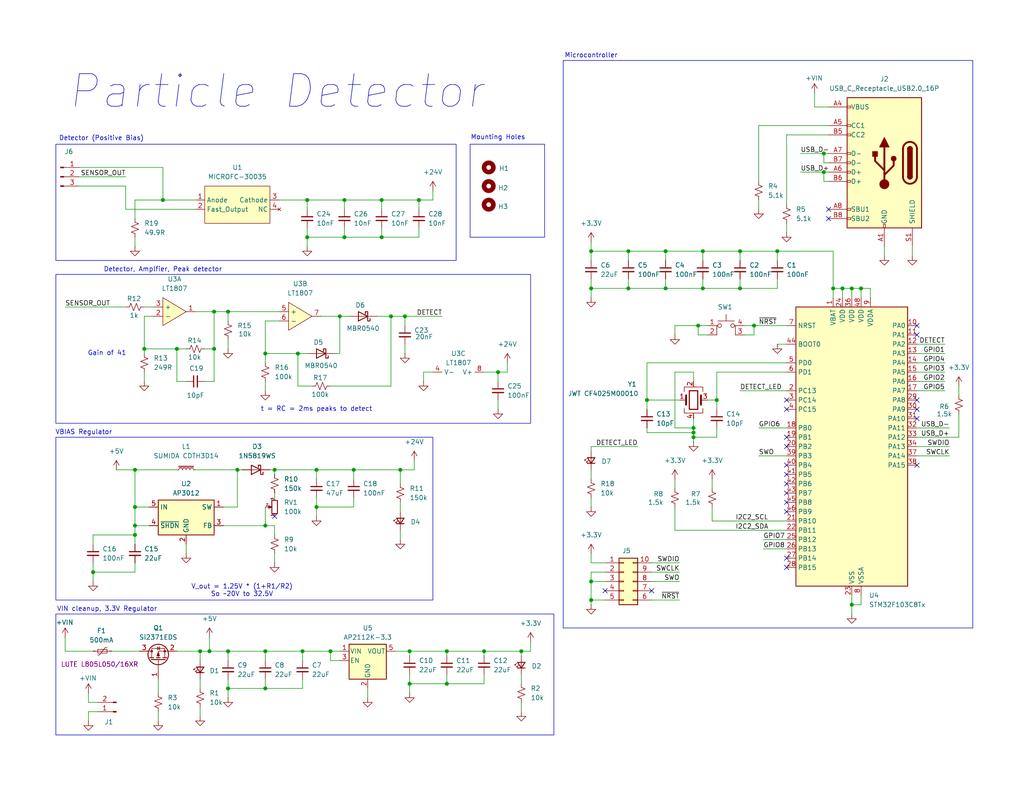
<source format=kicad_sch>
(kicad_sch (version 20250114) (generator "eeschema") (generator_version "9.0")
  (paper "USLetter")
  (title_block (date "2025-11-12") (comment 1 "By: Nolan Poe") (comment 2 "Simple SiPM"))
  (rectangle (start 15.24 74.93) (end 144.78 115.57))
  (rectangle (start 15.24 167.64) (end 151.13 200.66))
  (rectangle (start 128.27 39.37) (end 148.59 64.77))
  (rectangle (start 153.67 16.51) (end 265.43 171.45))
  (rectangle (start 15.24 39.37) (end 124.46 71.12))
  (rectangle (start 15.24 119.38) (end 118.11 163.83))
  (text "Microcontroller" (at 161.29 15.24 0) (effects (font (size 1.27 1.27))))
  (text "Gain of 41" (at 29.21 96.52 0) (effects (font (size 1.27 1.27))))
  (text "VIN cleanup, 3.3V Regulator" (at 29.21 166.37 0) (effects (font (size 1.27 1.27))))
  (text "Particle Detector" (at 75.438 25.146 0) (effects (font (size 8.89 8.89) (italic yes))))
  (text "Detector, Amplfier, Peak detector" (at 44.45 73.66 0) (effects (font (size 1.27 1.27))))
  (text "Detector (Positive Bias)" (at 27.686 37.846 0) (effects (font (size 1.27 1.27))))
  (text "t = RC = 2ms peaks to detect" (at 86.36 111.76 0) (effects (font (size 1.27 1.27))))
  (text "Mounting Holes" (at 135.89 37.592 0) (effects (font (size 1.27 1.27))))
  (text "VBIAS Regulator" (at 22.86 118.11 0) (effects (font (size 1.27 1.27))))
  (text "V_out = 1.25V * (1+R1/R2)\nSo ~20V to 32.5V" (at 66.04 161.29 0) (effects (font (size 1.27 1.27))))
  (junction (at 83.82 54.61))
  (junction (at 72.39 96.52))
  (junction (at 121.92 177.8))
  (junction (at 72.39 187.96))
  (junction (at 201.93 68.58))
  (junction (at 57.15 177.8))
  (junction (at 36.83 138.43))
  (junction (at 111.76 186.69))
  (junction (at 224.79 41.91))
  (junction (at 36.83 143.51))
  (junction (at 171.45 78.74))
  (junction (at 181.61 68.58))
  (junction (at 72.39 177.8))
  (junction (at 96.52 128.27))
  (junction (at 161.29 163.83))
  (junction (at 135.89 101.6))
  (junction (at 111.76 177.8))
  (junction (at 62.23 85.09))
  (junction (at 232.41 78.74))
  (junction (at 110.49 86.36))
  (junction (at 36.83 146.05))
  (junction (at 114.3 54.61))
  (junction (at 72.39 143.51))
  (junction (at 58.42 85.09))
  (junction (at 54.61 177.8))
  (junction (at 74.93 128.27))
  (junction (at 93.98 54.61))
  (junction (at 90.17 177.8))
  (junction (at 39.37 95.25))
  (junction (at 227.33 78.74))
  (junction (at 58.42 95.25))
  (junction (at 171.45 68.58))
  (junction (at 212.09 68.58))
  (junction (at 205.74 88.9))
  (junction (at 189.23 116.84))
  (junction (at 232.41 165.1))
  (junction (at 36.83 128.27))
  (junction (at 82.55 177.8))
  (junction (at 109.22 128.27))
  (junction (at 224.79 46.99))
  (junction (at 64.77 128.27))
  (junction (at 121.92 186.69))
  (junction (at 93.98 64.77))
  (junction (at 161.29 68.58))
  (junction (at 176.53 109.22))
  (junction (at 161.29 78.74))
  (junction (at 189.23 119.38))
  (junction (at 92.71 86.36))
  (junction (at 161.29 158.75))
  (junction (at 44.45 54.61))
  (junction (at 201.93 78.74))
  (junction (at 48.26 95.25))
  (junction (at 106.68 86.36))
  (junction (at 181.61 78.74))
  (junction (at 229.87 78.74))
  (junction (at 191.77 78.74))
  (junction (at 62.23 177.8))
  (junction (at 86.36 128.27))
  (junction (at 104.14 64.77))
  (junction (at 104.14 54.61))
  (junction (at 190.5 88.9))
  (junction (at 132.08 177.8))
  (junction (at 86.36 138.43))
  (junction (at 62.23 187.96))
  (junction (at 83.82 64.77))
  (junction (at 81.28 96.52))
  (junction (at 191.77 68.58))
  (junction (at 189.23 118.11))
  (junction (at 25.4 156.21))
  (junction (at 234.95 78.74))
  (junction (at 142.24 177.8))
  (junction (at 195.58 109.22))
  (no_connect (at 250.19 111.76))
  (no_connect (at 214.63 134.62))
  (no_connect (at 214.63 109.22))
  (no_connect (at 177.8 161.29))
  (no_connect (at 214.63 121.92))
  (no_connect (at 165.1 161.29))
  (no_connect (at 214.63 129.54))
  (no_connect (at 214.63 111.76))
  (no_connect (at 250.19 91.44))
  (no_connect (at 214.63 132.08))
  (no_connect (at 214.63 139.7))
  (no_connect (at 74.93 140.97))
  (no_connect (at 214.63 137.16))
  (no_connect (at 250.19 88.9))
  (no_connect (at 226.06 57.15))
  (no_connect (at 226.06 59.69))
  (no_connect (at 250.19 114.3))
  (no_connect (at 214.63 152.4))
  (no_connect (at 250.19 109.22))
  (no_connect (at 214.63 119.38))
  (no_connect (at 214.63 127))
  (no_connect (at 250.19 127))
  (no_connect (at 214.63 154.94))
  (wire (pts (xy 86.36 135.89) (xy 86.36 138.43)))
  (wire (pts (xy 39.37 86.36) (xy 41.91 86.36)))
  (wire (pts (xy 111.76 184.15) (xy 111.76 186.69)))
  (wire (pts (xy 90.17 177.8) (xy 92.71 177.8)))
  (wire (pts (xy 144.78 175.26) (xy 144.78 177.8)))
  (wire (pts (xy 156.21 -8.89) (xy 168.91 -8.89)))
  (wire (pts (xy 203.2 -16.51) (xy 181.61 -16.51)))
  (wire (pts (xy 173.99 121.92) (xy 161.29 121.92)))
  (wire (pts (xy 110.49 88.9) (xy 110.49 86.36)))
  (wire (pts (xy 72.39 104.14) (xy 72.39 106.68)))
  (wire (pts (xy 171.45 78.74) (xy 181.61 78.74)))
  (wire (pts (xy 161.29 68.58) (xy 161.29 71.12)))
  (wire (pts (xy 189.23 116.84) (xy 189.23 118.11)))
  (wire (pts (xy 60.96 143.51) (xy 72.39 143.51)))
  (wire (pts (xy 21.59 45.72) (xy 44.45 45.72)))
  (wire (pts (xy 86.36 138.43) (xy 86.36 140.97)))
  (wire (pts (xy 93.98 64.77) (xy 93.98 62.23)))
  (wire (pts (xy 72.39 185.42) (xy 72.39 187.96)))
  (wire (pts (xy 110.49 93.98) (xy 110.49 96.52)))
  (wire (pts (xy 54.61 177.8) (xy 57.15 177.8)))
  (wire (pts (xy 81.28 96.52) (xy 81.28 105.41)))
  (wire (pts (xy 17.78 173.99) (xy 17.78 177.8)))
  (wire (pts (xy 257.81 101.6) (xy 250.19 101.6)))
  (wire (pts (xy 184.15 138.43) (xy 184.15 144.78)))
  (wire (pts (xy 184.15 91.44) (xy 184.15 88.9)))
  (wire (pts (xy 191.77 76.2) (xy 191.77 78.74)))
  (wire (pts (xy 25.4 146.05) (xy 36.83 146.05)))
  (wire (pts (xy 161.29 163.83) (xy 165.1 163.83)))
  (wire (pts (xy 62.23 92.71) (xy 62.23 95.25)))
  (wire (pts (xy 36.83 143.51) (xy 36.83 146.05)))
  (wire (pts (xy 72.39 177.8) (xy 82.55 177.8)))
  (wire (pts (xy 161.29 158.75) (xy 161.29 163.83)))
  (wire (pts (xy 74.93 128.27) (xy 74.93 129.54)))
  (wire (pts (xy 92.71 180.34) (xy 90.17 180.34)))
  (wire (pts (xy 205.74 88.9) (xy 214.63 88.9)))
  (wire (pts (xy 161.29 121.92) (xy 161.29 123.19)))
  (wire (pts (xy 181.61 78.74) (xy 191.77 78.74)))
  (wire (pts (xy 76.2 54.61) (xy 83.82 54.61)))
  (wire (pts (xy 193.04 88.9) (xy 190.5 88.9)))
  (wire (pts (xy 111.76 177.8) (xy 121.92 177.8)))
  (wire (pts (xy 184.15 101.6) (xy 189.23 101.6)))
  (wire (pts (xy 176.53 109.22) (xy 185.42 109.22)))
  (wire (pts (xy 234.95 165.1) (xy 232.41 165.1)))
  (wire (pts (xy 234.95 78.74) (xy 234.95 81.28)))
  (wire (pts (xy 83.82 54.61) (xy 93.98 54.61)))
  (wire (pts (xy 86.36 128.27) (xy 86.36 130.81)))
  (wire (pts (xy 36.83 156.21) (xy 36.83 153.67)))
  (wire (pts (xy 198.12 -8.89) (xy 181.61 -8.89)))
  (wire (pts (xy 229.87 78.74) (xy 229.87 81.28)))
  (wire (pts (xy 214.63 60.96) (xy 214.63 63.5)))
  (wire (pts (xy 109.22 137.16) (xy 109.22 139.7)))
  (wire (pts (xy 72.39 87.63) (xy 76.2 87.63)))
  (wire (pts (xy 250.19 119.38) (xy 261.62 119.38)))
  (wire (pts (xy 201.93 106.68) (xy 214.63 106.68)))
  (wire (pts (xy 104.14 64.77) (xy 104.14 62.23)))
  (wire (pts (xy 58.42 85.09) (xy 53.34 85.09)))
  (wire (pts (xy 185.42 158.75) (xy 177.8 158.75)))
  (wire (pts (xy 83.82 67.31) (xy 83.82 64.77)))
  (wire (pts (xy 161.29 78.74) (xy 161.29 81.28)))
  (wire (pts (xy 161.29 158.75) (xy 165.1 158.75)))
  (wire (pts (xy 181.61 -24.13) (xy 194.31 -24.13)))
  (wire (pts (xy 189.23 116.84) (xy 184.15 116.84)))
  (wire (pts (xy 39.37 95.25) (xy 48.26 95.25)))
  (wire (pts (xy 161.29 76.2) (xy 161.29 78.74)))
  (wire (pts (xy 161.29 158.75) (xy 161.29 156.21)))
  (wire (pts (xy 142.24 191.77) (xy 142.24 194.31)))
  (wire (pts (xy 168.91 -21.59) (xy 160.02 -21.59)))
  (wire (pts (xy 161.29 163.83) (xy 161.29 165.1)))
  (wire (pts (xy 50.8 148.59) (xy 50.8 151.13)))
  (wire (pts (xy 194.31 142.24) (xy 214.63 142.24)))
  (wire (pts (xy 181.61 76.2) (xy 181.61 78.74)))
  (wire (pts (xy 259.08 116.84) (xy 250.19 116.84)))
  (wire (pts (xy 222.25 25.4) (xy 222.25 29.21)))
  (wire (pts (xy 121.92 184.15) (xy 121.92 186.69)))
  (wire (pts (xy 74.93 151.13) (xy 74.93 153.67)))
  (wire (pts (xy 212.09 68.58) (xy 227.33 68.58)))
  (wire (pts (xy 181.61 71.12) (xy 181.61 68.58)))
  (wire (pts (xy 142.24 184.15) (xy 142.24 186.69)))
  (wire (pts (xy 161.29 151.13) (xy 161.29 153.67)))
  (wire (pts (xy 81.28 96.52) (xy 83.82 96.52)))
  (wire (pts (xy 250.19 124.46) (xy 259.08 124.46)))
  (wire (pts (xy 74.93 143.51) (xy 74.93 146.05)))
  (wire (pts (xy 82.55 185.42) (xy 82.55 187.96)))
  (wire (pts (xy 185.42 156.21) (xy 177.8 156.21)))
  (wire (pts (xy 62.23 187.96) (xy 72.39 187.96)))
  (wire (pts (xy 17.78 83.82) (xy 34.29 83.82)))
  (wire (pts (xy 54.61 185.42) (xy 54.61 187.96)))
  (wire (pts (xy 184.15 88.9) (xy 190.5 88.9)))
  (wire (pts (xy 93.98 64.77) (xy 104.14 64.77)))
  (wire (pts (xy 48.26 95.25) (xy 48.26 104.14)))
  (wire (pts (xy 181.61 -11.43) (xy 194.31 -11.43)))
  (wire (pts (xy 191.77 68.58) (xy 201.93 68.58)))
  (wire (pts (xy 203.2 91.44) (xy 205.74 91.44)))
  (wire (pts (xy 189.23 101.6) (xy 189.23 104.14)))
  (wire (pts (xy 227.33 68.58) (xy 227.33 78.74)))
  (wire (pts (xy 72.39 96.52) (xy 72.39 87.63)))
  (wire (pts (xy 36.83 64.77) (xy 36.83 67.31)))
  (wire (pts (xy 176.53 109.22) (xy 176.53 99.06)))
  (wire (pts (xy 24.13 196.85) (xy 24.13 194.31)))
  (wire (pts (xy 25.4 156.21) (xy 36.83 156.21)))
  (wire (pts (xy 207.01 34.29) (xy 226.06 34.29)))
  (wire (pts (xy 212.09 93.98) (xy 214.63 93.98)))
  (wire (pts (xy 24.13 189.23) (xy 24.13 191.77)))
  (wire (pts (xy 25.4 153.67) (xy 25.4 156.21)))
  (wire (pts (xy 214.63 36.83) (xy 214.63 55.88)))
  (wire (pts (xy 83.82 64.77) (xy 83.82 62.23)))
  (wire (pts (xy 132.08 186.69) (xy 132.08 184.15)))
  (wire (pts (xy 44.45 45.72) (xy 44.45 54.61)))
  (wire (pts (xy 193.04 91.44) (xy 190.5 91.44)))
  (wire (pts (xy 184.15 116.84) (xy 184.15 101.6)))
  (wire (pts (xy 114.3 54.61) (xy 118.11 54.61)))
  (wire (pts (xy 218.44 41.91) (xy 224.79 41.91)))
  (wire (pts (xy 226.06 44.45) (xy 224.79 44.45)))
  (wire (pts (xy 86.36 138.43) (xy 96.52 138.43)))
  (wire (pts (xy 171.45 68.58) (xy 171.45 71.12)))
  (wire (pts (xy 57.15 173.99) (xy 57.15 177.8)))
  (wire (pts (xy 83.82 64.77) (xy 93.98 64.77)))
  (wire (pts (xy 72.39 99.06) (xy 72.39 96.52)))
  (wire (pts (xy 36.83 146.05) (xy 36.83 148.59)))
  (wire (pts (xy 138.43 99.06) (xy 138.43 101.6)))
  (wire (pts (xy 212.09 78.74) (xy 212.09 76.2)))
  (wire (pts (xy 261.62 105.41) (xy 261.62 107.95)))
  (wire (pts (xy 17.78 177.8) (xy 25.4 177.8)))
  (wire (pts (xy 201.93 78.74) (xy 212.09 78.74)))
  (wire (pts (xy 181.61 -26.67) (xy 196.85 -26.67)))
  (wire (pts (xy 132.08 177.8) (xy 142.24 177.8)))
  (wire (pts (xy 64.77 128.27) (xy 64.77 138.43)))
  (wire (pts (xy 58.42 95.25) (xy 58.42 85.09)))
  (wire (pts (xy 135.89 101.6) (xy 135.89 104.14)))
  (wire (pts (xy 234.95 162.56) (xy 234.95 165.1)))
  (wire (pts (xy 203.2 88.9) (xy 205.74 88.9)))
  (wire (pts (xy 184.15 130.81) (xy 184.15 133.35)))
  (wire (pts (xy 115.57 101.6) (xy 118.11 101.6)))
  (wire (pts (xy 111.76 177.8) (xy 111.76 179.07)))
  (wire (pts (xy 191.77 78.74) (xy 201.93 78.74)))
  (wire (pts (xy 257.81 99.06) (xy 250.19 99.06)))
  (wire (pts (xy 195.58 119.38) (xy 189.23 119.38)))
  (wire (pts (xy 74.93 134.62) (xy 74.93 135.89)))
  (wire (pts (xy 25.4 156.21) (xy 25.4 158.75)))
  (wire (pts (xy 250.19 106.68) (xy 257.81 106.68)))
  (wire (pts (xy 232.41 165.1) (xy 232.41 167.64)))
  (wire (pts (xy 189.23 119.38) (xy 189.23 120.65)))
  (wire (pts (xy 113.03 128.27) (xy 109.22 128.27)))
  (wire (pts (xy 118.11 52.07) (xy 118.11 54.61)))
  (wire (pts (xy 208.28 149.86) (xy 214.63 149.86)))
  (wire (pts (xy 157.48 -26.67) (xy 157.48 -24.13)))
  (wire (pts (xy 106.68 86.36) (xy 110.49 86.36)))
  (wire (pts (xy 227.33 78.74) (xy 229.87 78.74)))
  (wire (pts (xy 54.61 193.04) (xy 54.61 195.58)))
  (wire (pts (xy 53.34 128.27) (xy 64.77 128.27)))
  (wire (pts (xy 106.68 105.41) (xy 90.17 105.41)))
  (wire (pts (xy 21.59 48.26) (xy 34.29 48.26)))
  (wire (pts (xy 261.62 113.03) (xy 261.62 119.38)))
  (wire (pts (xy 171.45 76.2) (xy 171.45 78.74)))
  (wire (pts (xy 121.92 177.8) (xy 121.92 179.07)))
  (wire (pts (xy 39.37 101.6) (xy 39.37 104.14)))
  (wire (pts (xy 93.98 57.15) (xy 93.98 54.61)))
  (wire (pts (xy 198.12 -10.16) (xy 198.12 -8.89)))
  (wire (pts (xy 111.76 186.69) (xy 111.76 189.23)))
  (wire (pts (xy 62.23 187.96) (xy 62.23 190.5)))
  (wire (pts (xy 200.66 -20.32) (xy 200.66 -19.05)))
  (wire (pts (xy 93.98 54.61) (xy 104.14 54.61)))
  (wire (pts (xy 72.39 143.51) (xy 74.93 143.51)))
  (wire (pts (xy 34.29 50.8) (xy 21.59 50.8)))
  (wire (pts (xy 195.58 109.22) (xy 195.58 101.6)))
  (wire (pts (xy 86.36 128.27) (xy 96.52 128.27)))
  (wire (pts (xy 193.04 109.22) (xy 195.58 109.22)))
  (wire (pts (xy 161.29 68.58) (xy 171.45 68.58)))
  (wire (pts (xy 26.67 191.77) (xy 24.13 191.77)))
  (wire (pts (xy 190.5 91.44) (xy 190.5 88.9)))
  (wire (pts (xy 207.01 124.46) (xy 214.63 124.46)))
  (wire (pts (xy 36.83 128.27) (xy 36.83 138.43)))
  (wire (pts (xy 224.79 46.99) (xy 226.06 46.99)))
  (wire (pts (xy 207.01 116.84) (xy 214.63 116.84)))
  (wire (pts (xy 229.87 78.74) (xy 232.41 78.74)))
  (wire (pts (xy 60.96 138.43) (xy 64.77 138.43)))
  (wire (pts (xy 62.23 177.8) (xy 72.39 177.8)))
  (wire (pts (xy 50.8 104.14) (xy 48.26 104.14)))
  (wire (pts (xy 194.31 130.81) (xy 194.31 133.35)))
  (wire (pts (xy 106.68 86.36) (xy 106.68 105.41)))
  (wire (pts (xy 177.8 163.83) (xy 185.42 163.83)))
  (wire (pts (xy 100.33 187.96) (xy 100.33 190.5)))
  (wire (pts (xy 109.22 132.08) (xy 109.22 128.27)))
  (wire (pts (xy 25.4 148.59) (xy 25.4 146.05)))
  (wire (pts (xy 189.23 114.3) (xy 189.23 116.84)))
  (wire (pts (xy 234.95 78.74) (xy 237.49 78.74)))
  (wire (pts (xy 58.42 95.25) (xy 55.88 95.25)))
  (wire (pts (xy 111.76 186.69) (xy 121.92 186.69)))
  (wire (pts (xy 224.79 44.45) (xy 224.79 41.91)))
  (wire (pts (xy 161.29 156.21) (xy 165.1 156.21)))
  (wire (pts (xy 201.93 68.58) (xy 201.93 71.12)))
  (wire (pts (xy 87.63 86.36) (xy 92.71 86.36)))
  (wire (pts (xy 203.2 -16.51) (xy 203.2 -13.97)))
  (wire (pts (xy 72.39 96.52) (xy 81.28 96.52)))
  (wire (pts (xy 90.17 180.34) (xy 90.17 177.8)))
  (wire (pts (xy 181.61 -13.97) (xy 194.31 -13.97)))
  (wire (pts (xy 24.13 194.31) (xy 26.67 194.31)))
  (wire (pts (xy 54.61 177.8) (xy 54.61 180.34)))
  (wire (pts (xy 168.91 -13.97) (xy 160.02 -13.97)))
  (wire (pts (xy 62.23 177.8) (xy 62.23 180.34)))
  (wire (pts (xy 176.53 116.84) (xy 176.53 118.11)))
  (wire (pts (xy 96.52 128.27) (xy 96.52 130.81)))
  (wire (pts (xy 62.23 87.63) (xy 62.23 85.09)))
  (wire (pts (xy 48.26 95.25) (xy 50.8 95.25)))
  (wire (pts (xy 250.19 93.98) (xy 257.81 93.98)))
  (wire (pts (xy 168.91 -16.51) (xy 160.02 -16.51)))
  (wire (pts (xy 83.82 57.15) (xy 83.82 54.61)))
  (wire (pts (xy 96.52 135.89) (xy 96.52 138.43)))
  (wire (pts (xy 224.79 49.53) (xy 226.06 49.53)))
  (wire (pts (xy 212.09 68.58) (xy 212.09 71.12)))
  (wire (pts (xy 161.29 78.74) (xy 171.45 78.74)))
  (wire (pts (xy 114.3 64.77) (xy 114.3 62.23)))
  (wire (pts (xy 138.43 101.6) (xy 135.89 101.6)))
  (wire (pts (xy 55.88 104.14) (xy 58.42 104.14)))
  (wire (pts (xy 196.85 -26.67) (xy 196.85 -24.13)))
  (wire (pts (xy 232.41 78.74) (xy 234.95 78.74)))
  (wire (pts (xy 64.77 128.27) (xy 66.04 128.27)))
  (wire (pts (xy 82.55 177.8) (xy 90.17 177.8)))
  (wire (pts (xy 232.41 78.74) (xy 232.41 81.28)))
  (wire (pts (xy 109.22 147.32) (xy 109.22 144.78)))
  (wire (pts (xy 168.91 -26.67) (xy 157.48 -26.67)))
  (wire (pts (xy 161.29 153.67) (xy 165.1 153.67)))
  (wire (pts (xy 176.53 118.11) (xy 189.23 118.11)))
  (wire (pts (xy 195.58 116.84) (xy 195.58 119.38)))
  (wire (pts (xy 195.58 111.76) (xy 195.58 109.22)))
  (wire (pts (xy 168.91 -11.43) (xy 160.02 -11.43)))
  (wire (pts (xy 176.53 99.06) (xy 214.63 99.06)))
  (wire (pts (xy 31.75 128.27) (xy 36.83 128.27)))
  (wire (pts (xy 189.23 118.11) (xy 189.23 119.38)))
  (wire (pts (xy 58.42 85.09) (xy 62.23 85.09)))
  (wire (pts (xy 58.42 104.14) (xy 58.42 95.25)))
  (wire (pts (xy 201.93 76.2) (xy 201.93 78.74)))
  (wire (pts (xy 36.83 138.43) (xy 40.64 138.43)))
  (wire (pts (xy 36.83 54.61) (xy 44.45 54.61)))
  (wire (pts (xy 176.53 111.76) (xy 176.53 109.22)))
  (wire (pts (xy 44.45 54.61) (xy 53.34 54.61)))
  (wire (pts (xy 207.01 49.53) (xy 207.01 34.29)))
  (wire (pts (xy 102.87 86.36) (xy 106.68 86.36)))
  (wire (pts (xy 39.37 95.25) (xy 39.37 86.36)))
  (wire (pts (xy 200.66 -19.05) (xy 181.61 -19.05)))
  (wire (pts (xy 135.89 101.6) (xy 132.08 101.6)))
  (wire (pts (xy 81.28 105.41) (xy 85.09 105.41)))
  (wire (pts (xy 208.28 147.32) (xy 214.63 147.32)))
  (wire (pts (xy 194.31 138.43) (xy 194.31 142.24)))
  (wire (pts (xy 82.55 177.8) (xy 82.55 180.34)))
  (wire (pts (xy 181.61 -21.59) (xy 194.31 -21.59)))
  (wire (pts (xy 34.29 57.15) (xy 34.29 50.8)))
  (wire (pts (xy 30.48 177.8) (xy 38.1 177.8)))
  (wire (pts (xy 107.95 177.8) (xy 111.76 177.8)))
  (wire (pts (xy 191.77 68.58) (xy 191.77 71.12)))
  (wire (pts (xy 142.24 177.8) (xy 142.24 179.07)))
  (wire (pts (xy 237.49 78.74) (xy 237.49 81.28)))
  (wire (pts (xy 224.79 41.91) (xy 226.06 41.91)))
  (wire (pts (xy 104.14 54.61) (xy 114.3 54.61)))
  (wire (pts (xy 34.29 57.15) (xy 53.34 57.15)))
  (wire (pts (xy 72.39 143.51) (xy 72.39 138.43)))
  (wire (pts (xy 241.3 67.31) (xy 241.3 69.85)))
  (wire (pts (xy 121.92 177.8) (xy 132.08 177.8)))
  (wire (pts (xy 72.39 187.96) (xy 82.55 187.96)))
  (wire (pts (xy 218.44 46.99) (xy 224.79 46.99)))
  (wire (pts (xy 92.71 96.52) (xy 91.44 96.52)))
  (wire (pts (xy 43.18 194.31) (xy 43.18 196.85)))
  (wire (pts (xy 161.29 66.04) (xy 161.29 68.58)))
  (wire (pts (xy 144.78 177.8) (xy 142.24 177.8)))
  (wire (pts (xy 257.81 96.52) (xy 250.19 96.52)))
  (wire (pts (xy 62.23 85.09) (xy 76.2 85.09)))
  (wire (pts (xy 184.15 144.78) (xy 214.63 144.78)))
  (wire (pts (xy 73.66 128.27) (xy 74.93 128.27)))
  (wire (pts (xy 224.79 46.99) (xy 224.79 49.53)))
  (wire (pts (xy 110.49 86.36) (xy 120.65 86.36)))
  (wire (pts (xy 40.64 143.51) (xy 36.83 143.51)))
  (wire (pts (xy 201.93 68.58) (xy 212.09 68.58)))
  (wire (pts (xy 39.37 83.82) (xy 41.91 83.82)))
  (wire (pts (xy 214.63 36.83) (xy 226.06 36.83)))
  (wire (pts (xy 57.15 177.8) (xy 62.23 177.8)))
  (wire (pts (xy 161.29 128.27) (xy 161.29 130.81)))
  (wire (pts (xy 135.89 109.22) (xy 135.89 111.76)))
  (wire (pts (xy 92.71 96.52) (xy 92.71 86.36)))
  (wire (pts (xy 257.81 104.14) (xy 250.19 104.14)))
  (wire (pts (xy 114.3 57.15) (xy 114.3 54.61)))
  (wire (pts (xy 62.23 185.42) (xy 62.23 187.96)))
  (wire (pts (xy 104.14 64.77) (xy 114.3 64.77)))
  (wire (pts (xy 161.29 138.43) (xy 161.29 135.89)))
  (wire (pts (xy 115.57 101.6) (xy 115.57 104.14)))
  (wire (pts (xy 205.74 91.44) (xy 205.74 88.9)))
  (wire (pts (xy 181.61 68.58) (xy 191.77 68.58)))
  (wire (pts (xy 121.92 186.69) (xy 132.08 186.69)))
  (wire (pts (xy 132.08 177.8) (xy 132.08 179.07)))
  (wire (pts (xy 36.83 54.61) (xy 36.83 59.69)))
  (wire (pts (xy 96.52 128.27) (xy 109.22 128.27)))
  (wire (pts (xy 36.83 128.27) (xy 48.26 128.27)))
  (wire (pts (xy 39.37 96.52) (xy 39.37 95.25)))
  (wire (pts (xy 227.33 78.74) (xy 227.33 81.28)))
  (wire (pts (xy 43.18 185.42) (xy 43.18 189.23)))
  (wire (pts (xy 156.21 -10.16) (xy 156.21 -8.89)))
  (wire (pts (xy 95.25 86.36) (xy 92.71 86.36)))
  (wire (pts (xy 74.93 128.27) (xy 86.36 128.27)))
  (wire (pts (xy 36.83 143.51) (xy 36.83 138.43)))
  (wire (pts (xy 48.26 177.8) (xy 54.61 177.8)))
  (wire (pts (xy 248.92 67.31) (xy 248.92 69.85)))
  (wire (pts (xy 168.91 -19.05) (xy 160.02 -19.05)))
  (wire (pts (xy 113.03 125.73) (xy 113.03 128.27)))
  (wire (pts (xy 222.25 29.21) (xy 226.06 29.21)))
  (wire (pts (xy 195.58 101.6) (xy 214.63 101.6)))
  (wire (pts (xy 104.14 57.15) (xy 104.14 54.61)))
  (wire (pts (xy 185.42 153.67) (xy 177.8 153.67)))
  (wire (pts (xy 207.01 54.61) (xy 207.01 57.15)))
  (wire (pts (xy 232.41 165.1) (xy 232.41 162.56)))
  (wire (pts (xy 72.39 177.8) (xy 72.39 180.34)))
  (wire (pts (xy 250.19 121.92) (xy 259.08 121.92)))
  (wire (pts (xy 168.91 -24.13) (xy 160.02 -24.13)))
  (wire (pts (xy 171.45 68.58) (xy 181.61 68.58)))
  (label "GPIO3" (at 257.81 101.6 180))
  (label "GPIO2" (at 257.81 104.14 180))
  (label "GPIO5" (at 160.02 -16.51 0))
  (label "GPIO1" (at 257.81 96.52 180))
  (label "GPIO7" (at 194.31 -13.97 180))
  (label "SENSOR_OUT" (at 34.29 48.26 180))
  (label "GPIO6" (at 160.02 -11.43 0))
  (label "SENSOR_OUT" (at 17.78 83.82 0))
  (label "GPIO6" (at 207.01 116.84 0))
  (label "USB_D-" (at 259.08 116.84 180))
  (label "GPIO5" (at 257.81 106.68 180))
  (label "GPIO4" (at 257.81 99.06 180))
  (label "GPIO1" (at 160.02 -24.13 0))
  (label "USB_D+" (at 218.44 46.99 0))
  (label "SWO" (at 185.42 158.75 180))
  (label "GPIO3" (at 160.02 -13.97 0))
  (label "SWDIO" (at 185.42 153.67 180))
  (label "~{NRST}" (at 185.42 163.83 180))
  (label "USB_D-" (at 218.44 41.91 0))
  (label "I2C2_SCL" (at 200.66 142.24 0))
  (label "GPIO7" (at 208.28 147.32 0))
  (label "SWO" (at 207.01 124.46 0))
  (label "~{NRST}" (at 207.01 88.9 0))
  (label "DETECT_LED" (at 201.93 106.68 0))
  (label "DETECT" (at 120.65 86.36 180))
  (label "SWDIO" (at 259.08 121.92 180))
  (label "I2C2_SDA" (at 194.31 -21.59 180))
  (label "SWCLK" (at 259.08 124.46 180))
  (label "USB_D+" (at 259.08 119.38 180))
  (label "DETECT_LED" (at 173.99 121.92 180))
  (label "GPIO2" (at 160.02 -19.05 0))
  (label "I2C2_SDA" (at 200.66 144.78 0))
  (label "I2C2_SCL" (at 194.31 -24.13 180))
  (label "DETECT" (at 257.81 93.98 180))
  (label "SWCLK" (at 185.42 156.21 180))
  (label "GPIO8" (at 208.28 149.86 0))
  (label "GPIO8" (at 194.31 -11.43 180))
  (label "GPIO4" (at 160.02 -21.59 0))
  (symbol (lib_id "Device:C_Small") (at 212.09 73.66 0) (unit 1)
    (property "Reference" "C1" (at 214.63 72.3962 0) (effects (justify left)))
    (property "Value" "100nF" (at 214.63 74.9362 0) (effects (justify left)))
    (property "Footprint" "external:C_0603" (effects (hide yes)))
    (property "Description" "Unpolarized capacitor, small symbol" (effects (hide yes)))
  )
  (symbol (lib_id "Device:C_Small") (at 201.93 73.66 0) (unit 1)
    (property "Reference" "C2" (at 204.47 72.3962 0) (effects (justify left)))
    (property "Value" "100nF" (at 204.47 74.9362 0) (effects (justify left)))
    (property "Footprint" "external:C_0603" (effects (hide yes)))
    (property "Description" "Unpolarized capacitor, small symbol" (effects (hide yes)))
  )
  (symbol (lib_id "power:GND") (at 109.22 147.32 0) (unit 1)
    (property "Reference" "#PWR032" (effects (hide yes)))
    (property "Value" "GND" (effects (hide yes)))
    (property "Description" "Power symbol creates a global label with name \"GND\" , ground" (effects (hide yes)))
  )
  (symbol (lib_id "Mechanical:MountingHole") (at 133.35 50.8 0) (unit 1) (in_bom no)
    (property "Reference" "H2" (at 135.89 51.308 0) (effects (justify left)))
    (property "Value" "MountingHole" (effects (hide yes)))
    (property "Footprint" "MountingHole:MountingHole_2.2mm_M2" (effects (hide yes)))
    (property "Description" "Mounting Hole without connection" (effects (hide yes)))
  )
  (symbol (lib_id "power:+5V") (at 57.15 173.99 0) (unit 1)
    (property "Reference" "#PWR011" (effects (hide yes)))
    (property "Value" "+5V" (at 57.15 168.91 0))
    (property "Description" "Power symbol creates a global label with name \"+5V\"" (effects (hide yes)))
  )
  (symbol (lib_id "power:+3.3V") (at 161.29 151.13 0) (unit 1)
    (property "Reference" "#PWR043" (effects (hide yes)))
    (property "Value" "+3.3V" (at 161.29 146.05 0))
    (property "Description" "Power symbol creates a global label with name \"+3.3V\"" (effects (hide yes)))
  )
  (symbol (lib_id "power:+5V") (at 24.13 189.23 0) (unit 1)
    (property "Reference" "#PWR014" (effects (hide yes)))
    (property "Value" "+VIN" (at 21.59 185.166 0) (effects (justify left)))
    (property "Description" "Power symbol creates a global label with name \"+5V\"" (effects (hide yes)))
  )
  (symbol (lib_id "power:GND") (at 36.83 67.31 0) (unit 1)
    (property "Reference" "#PWR044" (effects (hide yes)))
    (property "Value" "GND" (effects (hide yes)))
    (property "Description" "Power symbol creates a global label with name \"GND\" , ground" (effects (hide yes)))
  )
  (symbol (lib_id "power:GND") (at 25.4 158.75 0) (unit 1)
    (property "Reference" "#PWR028" (effects (hide yes)))
    (property "Value" "GND" (effects (hide yes)))
    (property "Description" "Power symbol creates a global label with name \"GND\" , ground" (effects (hide yes)))
  )
  (symbol (lib_id "power:GND") (at 161.29 165.1 0) (unit 1)
    (property "Reference" "#PWR042" (effects (hide yes)))
    (property "Value" "GND" (effects (hide yes)))
    (property "Description" "Power symbol creates a global label with name \"GND\" , ground" (effects (hide yes)))
  )
  (symbol (lib_id "Diode:MBR0540") (at 87.63 96.52 180) (unit 1)
    (property "Reference" "D5" (at 86.868 93.472 0))
    (property "Value" "MBR0540" (at 87.63 99.822 0))
    (property "Footprint" "Diode_SMD:D_SOD-123" (effects (hide yes)))
    (property "Datasheet" "http://www.mccsemi.com/up_pdf/MBR0520~MBR0580(SOD123).pdf" (effects (hide yes)))
    (property "Description" "40V 0.5A Schottky Power Rectifier Diode, SOD-123" (effects (hide yes)))
  )
  (symbol (lib_id "Device:C_Small") (at 25.4 151.13 0) (unit 1)
    (property "Reference" "C16" (at 27.94 149.8662 0) (effects (justify left)))
    (property "Value" "100nF" (at 27.94 152.4062 0) (effects (justify left)))
    (property "Footprint" "external:C_0603" (effects (hide yes)))
    (property "Description" "Unpolarized capacitor, small symbol" (effects (hide yes)))
  )
  (symbol (lib_id "power:GND") (at 54.61 195.58 0) (unit 1)
    (property "Reference" "#PWR09" (effects (hide yes)))
    (property "Value" "GND" (effects (hide yes)))
    (property "Description" "Power symbol creates a global label with name \"GND\" , ground" (effects (hide yes)))
  )
  (symbol (lib_id "power:+3.3V") (at 161.29 66.04 0) (unit 1)
    (property "Reference" "#PWR03" (effects (hide yes)))
    (property "Value" "+3.3V" (at 161.29 60.96 0))
    (property "Description" "Power symbol creates a global label with name \"+3.3V\"" (effects (hide yes)))
  )
  (symbol (lib_id "Device:C_Small") (at 82.55 182.88 0) (unit 1)
    (property "Reference" "C7" (at 85.09 181.6162 0) (effects (justify left)))
    (property "Value" "22uF" (at 85.09 184.1562 0) (effects (justify left)))
    (property "Footprint" "external:C_0805" (effects (hide yes)))
    (property "Description" "Unpolarized capacitor, small symbol" (effects (hide yes)))
  )
  (symbol (lib_id "Device:C_Small") (at 111.76 181.61 0) (unit 1)
    (property "Reference" "C10" (at 114.3 180.3462 0) (effects (justify left)))
    (property "Value" "22uF" (at 114.3 182.8862 0) (effects (justify left)))
    (property "Footprint" "external:C_0805" (effects (hide yes)))
    (property "Description" "Unpolarized capacitor, small symbol" (effects (hide yes)))
  )
  (symbol (lib_id "power:GND") (at 111.76 189.23 0) (unit 1)
    (property "Reference" "#PWR07" (effects (hide yes)))
    (property "Value" "GND" (effects (hide yes)))
    (property "Description" "Power symbol creates a global label with name \"GND\" , ground" (effects (hide yes)))
  )
  (symbol (lib_id "Mechanical:MountingHole") (at 133.35 55.88 0) (unit 1) (in_bom no)
    (property "Reference" "H3" (at 135.89 56.388 0) (effects (justify left)))
    (property "Value" "MountingHole" (effects (hide yes)))
    (property "Footprint" "MountingHole:MountingHole_2.2mm_M2" (effects (hide yes)))
    (property "Description" "Mounting Hole without connection" (effects (hide yes)))
  )
  (symbol (lib_id "power:GND") (at 142.24 194.31 0) (unit 1)
    (property "Reference" "#PWR05" (effects (hide yes)))
    (property "Value" "GND" (effects (hide yes)))
    (property "Description" "Power symbol creates a global label with name \"GND\" , ground" (effects (hide yes)))
  )
  (symbol (lib_id "Device:C_Small") (at 83.82 59.69 0) (unit 1)
    (property "Reference" "C24" (at 86.36 58.4262 0) (effects (justify left)))
    (property "Value" "10nF" (at 86.36 60.9662 0) (effects (justify left)))
    (property "Footprint" "external:C_0603" (effects (hide yes)))
    (property "Description" "Unpolarized capacitor, small symbol" (effects (hide yes)))
  )
  (symbol (lib_id "power:GND") (at 248.92 69.85 0) (unit 1)
    (property "Reference" "#PWR017" (effects (hide yes)))
    (property "Value" "GND" (effects (hide yes)))
    (property "Description" "Power symbol creates a global label with name \"GND\" , ground" (effects (hide yes)))
  )
  (symbol (lib_id "power:GND") (at 161.29 138.43 0) (unit 1)
    (property "Reference" "#PWR050" (effects (hide yes)))
    (property "Value" "GND" (effects (hide yes)))
    (property "Description" "Power symbol creates a global label with name \"GND\" , ground" (effects (hide yes)))
  )
  (symbol (lib_id "Device:R_Small_US") (at 53.34 95.25 90) (unit 1)
    (property "Reference" "R14" (at 53.086 92.964 90))
    (property "Value" "10k" (at 53.086 97.536 90))
    (property "Footprint" "external:R_0603" (effects (hide yes)))
    (property "Description" "Resistor, small US symbol" (effects (hide yes)))
  )
  (symbol (lib_id "Device:R_Small_US") (at 142.24 189.23 0) (unit 1)
    (property "Reference" "R2" (at 144.78 187.9599 0) (effects (justify left)))
    (property "Value" "10k" (at 144.78 190.4999 0) (effects (justify left)))
    (property "Footprint" "external:R_0603" (effects (hide yes)))
    (property "Description" "Resistor, small US symbol" (effects (hide yes)))
  )
  (symbol (lib_id "Device:LED_Small") (at 109.22 142.24 90) (unit 1)
    (property "Reference" "D4" (at 112.014 142.494 90) (effects (justify right)))
    (property "Value" "LED_Small" (effects (hide yes)))
    (property "Footprint" "external:LED_0603" (effects (hide yes)))
    (property "Description" "Light emitting diode, small symbol" (effects (hide yes)))
    (property "Sim.Pin" "1=K 2=A" (effects (hide yes)))
  )
  (symbol (lib_id "Transistor_FET:Si2371EDS") (at 43.18 180.34 90) (unit 1)
    (property "Reference" "Q1" (at 43.18 171.45 90))
    (property "Value" "Si2371EDS" (at 43.18 173.99 90))
    (property "Footprint" "Package_TO_SOT_SMD:SOT-23" (effects (hide yes)))
    (property "Datasheet" "http://www.vishay.com/docs/63924/si2371eds.pdf" (effects (hide yes)))
    (property "Description" "-3.6A Id, -30V Vds, P-Channel MOSFET, SOT-23" (effects (hide yes)))
  )
  (symbol (lib_id "Device:C_Small") (at 176.53 114.3 0) (unit 1)
    (property "Reference" "C13" (at 179.07 113.0362 0) (effects (justify left)))
    (property "Value" "10pF" (at 179.07 115.5762 0) (effects (justify left)))
    (property "Footprint" "external:C_0603" (effects (hide yes)))
    (property "Description" "Unpolarized capacitor, small symbol" (effects (hide yes)))
  )
  (symbol (lib_id "Connector:USB_C_Receptacle_USB2.0_16P") (at 241.3 44.45 0) (mirror y) (unit 1)
    (property "Reference" "J2" (at 241.3 21.59 0))
    (property "Value" "USB_C_Receptacle_USB2.0_16P" (at 241.3 24.13 0))
    (property "Footprint" "Connector_USB:USB_C_Receptacle_HRO_TYPE-C-31-M-12" (effects (hide yes)))
    (property "Datasheet" "https://www.usb.org/sites/default/files/documents/usb_type-c.zip" (effects (hide yes)))
    (property "Description" "USB 2.0-only 16P Type-C Receptacle connector" (effects (hide yes)))
  )
  (symbol (lib_id "Device:R_Small_US") (at 214.63 58.42 0) (unit 1)
    (property "Reference" "R5" (at 217.17 57.1499 0) (effects (justify left)))
    (property "Value" "5.1k" (at 217.17 59.6899 0) (effects (justify left)))
    (property "Footprint" "external:R_0603" (effects (hide yes)))
    (property "Description" "Resistor, small US symbol" (effects (hide yes)))
  )
  (symbol (lib_id "MCU_ST_STM32F1:STM32F103C8Tx") (at 232.41 121.92 0) (unit 1)
    (property "Reference" "U4" (at 237.0933 162.56 0) (effects (justify left)))
    (property "Value" "STM32F103C8Tx" (at 237.0933 165.1 0) (effects (justify left)))
    (property "Footprint" "Package_QFP:LQFP-48_7x7mm_P0.5mm" (effects (hide yes)))
    (property "Datasheet" "https://www.st.com/resource/en/datasheet/stm32f103c8.pdf" (effects (hide yes)))
    (property "Description" "STMicroelectronics Arm Cortex-M3 MCU, 64KB flash, 20KB RAM, 72 MHz, 2.0-3.6V, 37 GPIO, LQFP48" (effects (hide yes)))
  )
  (symbol (lib_id "power:GND") (at 110.49 96.52 0) (unit 1)
    (property "Reference" "#PWR049" (effects (hide yes)))
    (property "Value" "GND" (effects (hide yes)))
    (property "Description" "Power symbol creates a global label with name \"GND\" , ground" (effects (hide yes)))
  )
  (symbol (lib_id "power:GND") (at 115.57 104.14 0) (unit 1)
    (property "Reference" "#PWR034" (effects (hide yes)))
    (property "Value" "GND" (effects (hide yes)))
    (property "Description" "Power symbol creates a global label with name \"GND\" , ground" (effects (hide yes)))
  )
  (symbol (lib_id "power:+24V") (at 118.11 52.07 0) (unit 1)
    (property "Reference" "#PWR045" (effects (hide yes)))
    (property "Value" "+24V" (at 118.11 46.99 0))
    (property "Description" "Power symbol creates a global label with name \"+24V\"" (effects (hide yes)))
  )
  (symbol (lib_id "Device:C_Small") (at 96.52 133.35 0) (unit 1)
    (property "Reference" "C18" (at 99.06 132.0862 0) (effects (justify left)))
    (property "Value" "100nF" (at 99.06 134.6262 0) (effects (justify left)))
    (property "Footprint" "external:C_0603" (effects (hide yes)))
    (property "Description" "Unpolarized capacitor, small symbol" (effects (hide yes)))
  )
  (symbol (lib_id "power:+3.3V") (at 156.21 -10.16 0) (mirror y) (unit 1)
    (property "Reference" "#PWR041" (effects (hide yes)))
    (property "Value" "+3.3V" (at 156.21 -15.24 0))
    (property "Description" "Power symbol creates a global label with name \"+3.3V\"" (effects (hide yes)))
  )
  (symbol (lib_id "power:+3.3V") (at 198.12 -10.16 0) (unit 1)
    (property "Reference" "#PWR038" (effects (hide yes)))
    (property "Value" "+3.3V" (at 198.12 -15.24 0))
    (property "Description" "Power symbol creates a global label with name \"+3.3V\"" (effects (hide yes)))
  )
  (symbol (lib_id "power:+3.3V") (at 144.78 175.26 0) (unit 1)
    (property "Reference" "#PWR013" (effects (hide yes)))
    (property "Value" "+3.3V" (at 144.78 170.18 0))
    (property "Description" "Power symbol creates a global label with name \"+3.3V\"" (effects (hide yes)))
  )
  (symbol (lib_id "power:GND") (at 100.33 190.5 0) (unit 1)
    (property "Reference" "#PWR06" (effects (hide yes)))
    (property "Value" "GND" (effects (hide yes)))
    (property "Description" "Power symbol creates a global label with name \"GND\" , ground" (effects (hide yes)))
  )
  (symbol (lib_id "power:+3.3V") (at 200.66 -20.32 0) (unit 1)
    (property "Reference" "#PWR039" (effects (hide yes)))
    (property "Value" "+3.3V" (at 200.66 -25.4 0))
    (property "Description" "Power symbol creates a global label with name \"+3.3V\"" (effects (hide yes)))
  )
  (symbol (lib_id "power:GND") (at 203.2 -13.97 0) (unit 1)
    (property "Reference" "#PWR040" (effects (hide yes)))
    (property "Value" "GND" (effects (hide yes)))
    (property "Description" "Power symbol creates a global label with name \"GND\" , ground" (effects (hide yes)))
  )
  (symbol (lib_id "power:GND") (at 214.63 63.5 0) (unit 1)
    (property "Reference" "#PWR018" (effects (hide yes)))
    (property "Value" "GND" (effects (hide yes)))
    (property "Description" "Power symbol creates a global label with name \"GND\" , ground" (effects (hide yes)))
  )
  (symbol (lib_id "power:+5V") (at 31.75 128.27 0) (unit 1)
    (property "Reference" "#PWR026" (effects (hide yes)))
    (property "Value" "+5V" (at 31.75 123.19 0))
    (property "Description" "Power symbol creates a global label with name \"+5V\"" (effects (hide yes)))
  )
  (symbol (lib_id "Connector_Generic:Conn_02x08_Odd_Even") (at 173.99 -19.05 0) (unit 1)
    (property "Reference" "J7" (at 175.26 -31.242 0))
    (property "Value" "Conn_02x08_Top_Bottom" (effects (hide yes)))
    (property "Footprint" "Connector_PinHeader_2.54mm:PinHeader_2x08_P2.54mm_Vertical_SMD" (effects (hide yes)))
    (property "Description" "Generic connector, double row, 02x08, odd/even pin numbering scheme (row 1 odd numbers, row 2 even numbers), script generated (kicad-library-utils/schlib/autogen/connector/)" (effects (hide yes)))
  )
  (symbol (lib_id "power:GND") (at 241.3 69.85 0) (unit 1)
    (property "Reference" "#PWR012" (effects (hide yes)))
    (property "Value" "GND" (effects (hide yes)))
    (property "Description" "Power symbol creates a global label with name \"GND\" , ground" (effects (hide yes)))
  )
  (symbol (lib_id "Device:R_Small_US") (at 261.62 110.49 180) (unit 1)
    (property "Reference" "R6" (at 256.286 110.998 0) (effects (justify right)))
    (property "Value" "1.5k" (at 255.524 113.03 0) (effects (justify right)))
    (property "Footprint" "external:R_0603" (effects (hide yes)))
    (property "Description" "Resistor, small US symbol" (effects (hide yes)))
  )
  (symbol (lib_id "Device:C_Small") (at 104.14 59.69 0) (unit 1)
    (property "Reference" "C27" (at 106.68 58.4262 0) (effects (justify left)))
    (property "Value" "10nF" (at 106.68 60.9662 0) (effects (justify left)))
    (property "Footprint" "external:C_0603" (effects (hide yes)))
    (property "Description" "Unpolarized capacitor, small symbol" (effects (hide yes)))
  )
  (symbol (lib_id "power:GND") (at 72.39 106.68 0) (unit 1)
    (property "Reference" "#PWR046" (effects (hide yes)))
    (property "Value" "GND" (effects (hide yes)))
    (property "Description" "Power symbol creates a global label with name \"GND\" , ground" (effects (hide yes)))
  )
  (symbol (lib_id "Device:R_Small_US") (at 72.39 101.6 0) (unit 1)
    (property "Reference" "R16" (at 74.93 100.3299 0) (effects (justify left)))
    (property "Value" "100k" (at 74.93 102.8699 0) (effects (justify left)))
    (property "Footprint" "external:R_0603" (effects (hide yes)))
    (property "Description" "Resistor, small US symbol" (effects (hide yes)))
  )
  (symbol (lib_id "power:GND") (at 135.89 111.76 0) (unit 1)
    (property "Reference" "#PWR033" (effects (hide yes)))
    (property "Value" "GND" (effects (hide yes)))
    (property "Description" "Power symbol creates a global label with name \"GND\" , ground" (effects (hide yes)))
  )
  (symbol (lib_id "Connector_Generic:Conn_02x05_Counter_Clockwise") (at 170.18 158.75 0) (unit 1)
    (property "Reference" "J5" (at 170.942 150.368 0))
    (property "Value" "Conn_02x05_Counter_Clockwise" (effects (hide yes)))
    (property "Footprint" "Connector_PinHeader_2.54mm:PinHeader_2x05_P2.54mm_Vertical_SMD" (effects (hide yes)))
    (property "Description" "Generic connector, double row, 02x05, counter clockwise pin numbering scheme (similar to DIP package numbering), script generated (kicad-library-utils/schlib/autogen/connector/)" (effects (hide yes)))
  )
  (symbol (lib_id "Device:C_Small") (at 72.39 182.88 0) (unit 1)
    (property "Reference" "C8" (at 74.93 181.6162 0) (effects (justify left)))
    (property "Value" "22uF" (at 74.93 184.1562 0) (effects (justify left)))
    (property "Footprint" "external:C_0805" (effects (hide yes)))
    (property "Description" "Unpolarized capacitor, small symbol" (effects (hide yes)))
  )
  (symbol (lib_id "Device:LED_Small") (at 161.29 125.73 90) (unit 1)
    (property "Reference" "D7" (at 164.084 125.984 90) (effects (justify right)))
    (property "Value" "LED_Small" (effects (hide yes)))
    (property "Footprint" "external:LED_0603" (effects (hide yes)))
    (property "Description" "Light emitting diode, small symbol" (effects (hide yes)))
    (property "Sim.Pin" "1=K 2=A" (effects (hide yes)))
  )
  (symbol (lib_id "Diode:1N5819WS") (at 69.85 128.27 180) (unit 1)
    (property "Reference" "D3" (at 70.1675 121.92 0))
    (property "Value" "1N5819WS" (at 70.1675 124.46 0))
    (property "Footprint" "Diode_SMD:D_SOD-123F" (effects (hide yes)))
    (property "Datasheet" "https://datasheet.lcsc.com/lcsc/2204281430_Guangdong-Hottech-1N5819WS_C191023.pdf" (effects (hide yes)))
    (property "Description" "40V 600mV@1A 1A SOD-323 Schottky Barrier Diodes, SOD-323" (effects (hide yes)))
  )
  (symbol (lib_id "power:GND") (at 86.36 140.97 0) (unit 1)
    (property "Reference" "#PWR030" (effects (hide yes)))
    (property "Value" "GND" (effects (hide yes)))
    (property "Description" "Power symbol creates a global label with name \"GND\" , ground" (effects (hide yes)))
  )
  (symbol (lib_id "Device:C_Small") (at 53.34 104.14 90) (unit 1)
    (property "Reference" "C19" (at 53.594 100.584 90))
    (property "Value" "10pF" (at 53.34 107.95 90))
    (property "Footprint" "external:C_0603" (effects (hide yes)))
    (property "Description" "Unpolarized capacitor, small symbol" (effects (hide yes)))
  )
  (symbol (lib_id "Device:C_Small") (at 93.98 59.69 0) (unit 1)
    (property "Reference" "C26" (at 96.52 58.4262 0) (effects (justify left)))
    (property "Value" "10nF" (at 96.52 60.9662 0) (effects (justify left)))
    (property "Footprint" "external:C_0603" (effects (hide yes)))
    (property "Description" "Unpolarized capacitor, small symbol" (effects (hide yes)))
  )
  (symbol (lib_id "Device:C_Small") (at 181.61 73.66 0) (unit 1)
    (property "Reference" "C4" (at 184.15 72.3962 0) (effects (justify left)))
    (property "Value" "100nF" (at 184.15 74.9362 0) (effects (justify left)))
    (property "Footprint" "external:C_0603" (effects (hide yes)))
    (property "Description" "Unpolarized capacitor, small symbol" (effects (hide yes)))
  )
  (symbol (lib_id "Device:R_Small_US") (at 74.93 148.59 0) (unit 1)
    (property "Reference" "R9" (at 77.47 147.3199 0) (effects (justify left)))
    (property "Value" "10k" (at 77.47 149.8599 0) (effects (justify left)))
    (property "Footprint" "external:R_0603" (effects (hide yes)))
    (property "Description" "Resistor, small US symbol" (effects (hide yes)))
  )
  (symbol (lib_id "power:GND") (at 43.18 196.85 0) (unit 1)
    (property "Reference" "#PWR010" (effects (hide yes)))
    (property "Value" "GND" (effects (hide yes)))
    (property "Description" "Power symbol creates a global label with name \"GND\" , ground" (effects (hide yes)))
  )
  (symbol (lib_id "Device:C_Small") (at 86.36 133.35 0) (unit 1)
    (property "Reference" "C17" (at 88.9 132.0862 0) (effects (justify left)))
    (property "Value" "47uF" (at 88.9 134.6262 0) (effects (justify left)))
    (property "Footprint" "Capacitor_SMD:CP_Elec_6.3x5.7" (effects (hide yes)))
    (property "Description" "Unpolarized capacitor, small symbol" (effects (hide yes)))
  )
  (symbol (lib_id "Device:C_Small") (at 110.49 91.44 0) (unit 1)
    (property "Reference" "C23" (at 113.03 90.1762 0) (effects (justify left)))
    (property "Value" "20nF" (at 113.284 91.948 0) (effects (justify left)))
    (property "Footprint" "external:C_0603" (effects (hide yes)))
    (property "Description" "Unpolarized capacitor, small symbol" (effects (hide yes)))
  )
  (symbol (lib_id "Device:LED_Small") (at 54.61 182.88 90) (unit 1)
    (property "Reference" "D1" (at 57.15 183.134 90) (effects (justify right)))
    (property "Value" "LED_Small" (effects (hide yes)))
    (property "Footprint" "external:LED_0603" (effects (hide yes)))
    (property "Description" "Light emitting diode, small symbol" (effects (hide yes)))
    (property "Sim.Pin" "1=K 2=A" (effects (hide yes)))
  )
  (symbol (lib_id "Device:R_Small_US") (at 36.83 83.82 90) (unit 1)
    (property "Reference" "R12" (at 36.576 81.534 90))
    (property "Value" "1k" (at 36.576 86.106 90))
    (property "Footprint" "external:R_0603" (effects (hide yes)))
    (property "Description" "Resistor, small US symbol" (effects (hide yes)))
  )
  (symbol (lib_id "power:GND") (at 39.37 104.14 0) (unit 1)
    (property "Reference" "#PWR047" (effects (hide yes)))
    (property "Value" "GND" (effects (hide yes)))
    (property "Description" "Power symbol creates a global label with name \"GND\" , ground" (effects (hide yes)))
  )
  (symbol (lib_id "Device:R_Small_US") (at 161.29 133.35 0) (unit 1)
    (property "Reference" "R18" (at 163.83 132.0799 0) (effects (justify left)))
    (property "Value" "10k" (at 163.83 134.6199 0) (effects (justify left)))
    (property "Footprint" "external:R_0603" (effects (hide yes)))
    (property "Description" "Resistor, small US symbol" (effects (hide yes)))
  )
  (symbol (lib_id "power:+5V") (at 17.78 173.99 0) (unit 1)
    (property "Reference" "#PWR020" (effects (hide yes)))
    (property "Value" "+VIN" (at 15.24 169.926 0) (effects (justify left)))
    (property "Description" "Power symbol creates a global label with name \"+5V\"" (effects (hide yes)))
  )
  (symbol (lib_id "power:+5V") (at 222.25 25.4 0) (unit 1)
    (property "Reference" "#PWR021" (effects (hide yes)))
    (property "Value" "+VIN" (at 219.71 21.336 0) (effects (justify left)))
    (property "Description" "Power symbol creates a global label with name \"+5V\"" (effects (hide yes)))
  )
  (symbol (lib_id "power:GND") (at 232.41 167.64 0) (unit 1)
    (property "Reference" "#PWR01" (effects (hide yes)))
    (property "Value" "GND" (effects (hide yes)))
    (property "Description" "Power symbol creates a global label with name \"GND\" , ground" (effects (hide yes)))
  )
  (symbol (lib_id "libsipm:LT1807") (at 81.28 86.36 0) (unit 2)
    (property "Reference" "U3" (at 81.915 77.47 0))
    (property "Value" "LT1807" (at 81.915 80.01 0))
    (property "Footprint" "libsipm:SOIC-8" (effects (hide yes)))
  )
  (symbol (lib_id "Connector:Conn_01x02_Pin") (at 31.75 194.31 180) (unit 1)
    (property "Reference" "J1" (at 29.718 197.104 0))
    (property "Value" "Conn_01x02_Pin" (effects (hide yes)))
    (property "Footprint" "Connector_PinHeader_2.54mm:PinHeader_1x02_P2.54mm_Vertical_SMD_Pin1Right" (effects (hide yes)))
    (property "Description" "Generic connector, single row, 01x02, script generated" (effects (hide yes)))
  )
  (symbol (lib_id "Device:C_Small") (at 62.23 182.88 0) (unit 1)
    (property "Reference" "C9" (at 64.77 181.6162 0) (effects (justify left)))
    (property "Value" "22uF" (at 64.77 184.1562 0) (effects (justify left)))
    (property "Footprint" "external:C_0805" (effects (hide yes)))
    (property "Description" "Unpolarized capacitor, small symbol" (effects (hide yes)))
  )
  (symbol (lib_id "Device:R_Potentiometer_Small") (at 74.93 138.43 180) (unit 1)
    (property "Reference" "RV1" (at 77.47 137.1599 0) (effects (justify right)))
    (property "Value" "100k" (at 77.47 139.6999 0) (effects (justify right)))
    (property "Footprint" "Potentiometer_SMD:Potentiometer_Vishay_TS53YL_Vertical" (effects (hide yes)))
    (property "Description" "Potentiometer" (effects (hide yes)))
  )
  (symbol (lib_id "Connector:Conn_01x03_Pin") (at 16.51 48.26 0) (unit 1)
    (property "Reference" "J6" (at 18.796 41.402 0))
    (property "Value" "Conn_01x03_Pin" (effects (hide yes)))
    (property "Footprint" "Connector_PinHeader_2.54mm:PinHeader_1x03_P2.54mm_Vertical_SMD_Pin1Right" (effects (hide yes)))
    (property "Description" "Generic connector, single row, 01x03, script generated" (effects (hide yes)))
  )
  (symbol (lib_id "power:GND") (at 50.8 151.13 0) (unit 1)
    (property "Reference" "#PWR027" (effects (hide yes)))
    (property "Value" "GND" (effects (hide yes)))
    (property "Description" "Power symbol creates a global label with name \"GND\" , ground" (effects (hide yes)))
  )
  (symbol (lib_id "Device:R_Small_US") (at 194.31 135.89 180) (unit 1)
    (property "Reference" "R7" (at 188.468 134.874 0) (effects (justify right)))
    (property "Value" "1.5k" (at 186.944 137.16 0) (effects (justify right)))
    (property "Footprint" "external:R_0603" (effects (hide yes)))
    (property "Description" "Resistor, small US symbol" (effects (hide yes)))
  )
  (symbol (lib_id "power:GND") (at 24.13 196.85 0) (unit 1)
    (property "Reference" "#PWR015" (effects (hide yes)))
    (property "Value" "GND" (effects (hide yes)))
    (property "Description" "Power symbol creates a global label with name \"GND\" , ground" (effects (hide yes)))
  )
  (symbol (lib_id "Device:C_Small") (at 195.58 114.3 0) (unit 1)
    (property "Reference" "C14" (at 198.12 113.0362 0) (effects (justify left)))
    (property "Value" "10pF" (at 198.12 115.5762 0) (effects (justify left)))
    (property "Footprint" "external:C_0603" (effects (hide yes)))
    (property "Description" "Unpolarized capacitor, small symbol" (effects (hide yes)))
  )
  (symbol (lib_id "power:+3.3V") (at 261.62 105.41 0) (unit 1)
    (property "Reference" "#PWR023" (effects (hide yes)))
    (property "Value" "+3.3V" (at 261.62 100.33 0))
    (property "Description" "Power symbol creates a global label with name \"+3.3V\"" (effects (hide yes)))
  )
  (symbol (lib_id "power:GND") (at 62.23 190.5 0) (unit 1)
    (property "Reference" "#PWR08" (effects (hide yes)))
    (property "Value" "GND" (effects (hide yes)))
    (property "Description" "Power symbol creates a global label with name \"GND\" , ground" (effects (hide yes)))
  )
  (symbol (lib_id "power:GND") (at 196.85 -24.13 0) (unit 1)
    (property "Reference" "#PWR037" (effects (hide yes)))
    (property "Value" "GND" (effects (hide yes)))
    (property "Description" "Power symbol creates a global label with name \"GND\" , ground" (effects (hide yes)))
  )
  (symbol (lib_id "Device:R_Small_US") (at 74.93 132.08 0) (unit 1)
    (property "Reference" "R10" (at 77.47 130.8099 0) (effects (justify left)))
    (property "Value" "150k" (at 77.47 133.3499 0) (effects (justify left)))
    (property "Footprint" "external:R_0603" (effects (hide yes)))
    (property "Description" "Resistor, small US symbol" (effects (hide yes)))
  )
  (symbol (lib_id "Device:R_Small_US") (at 207.01 52.07 0) (unit 1)
    (property "Reference" "R4" (at 209.55 50.7999 0) (effects (justify left)))
    (property "Value" "5.1k" (at 209.55 53.3399 0) (effects (justify left)))
    (property "Footprint" "external:R_0603" (effects (hide yes)))
    (property "Description" "Resistor, small US symbol" (effects (hide yes)))
  )
  (symbol (lib_id "Regulator_Linear:AP2112K-3.3") (at 100.33 180.34 0) (unit 1)
    (property "Reference" "U5" (at 100.33 171.45 0))
    (property "Value" "AP2112K-3.3" (at 100.33 173.99 0))
    (property "Footprint" "Package_TO_SOT_SMD:SOT-23-5" (effects (hide yes)))
    (property "Datasheet" "https://www.diodes.com/assets/Datasheets/AP2112.pdf" (effects (hide yes)))
    (property "Description" "600mA low dropout linear regulator, with enable pin, 3.8V-6V input voltage range, 3.3V fixed positive output, SOT-23-5" (effects (hide yes)))
  )
  (symbol (lib_id "power:GND") (at 212.09 93.98 0) (unit 1)
    (property "Reference" "#PWR04" (effects (hide yes)))
    (property "Value" "GND" (effects (hide yes)))
    (property "Description" "Power symbol creates a global label with name \"GND\" , ground" (effects (hide yes)))
  )
  (symbol (lib_id "Switch:SW_MEC_5E") (at 198.12 91.44 0) (unit 1)
    (property "Reference" "SW1" (at 197.866 83.82 0))
    (property "Value" "SW_MEC_5E" (effects (hide yes)))
    (property "Footprint" "external:SKRPANE010" (effects (hide yes)))
    (property "Datasheet" "http://www.apem.com/int/index.php?controller=attachment&id_attachment=1371" (effects (hide yes)))
    (property "Description" "MEC 5E single pole normally-open tactile switch" (effects (hide yes)))
  )
  (symbol (lib_id "Device:C_Small") (at 171.45 73.66 0) (unit 1)
    (property "Reference" "C5" (at 173.99 72.3962 0) (effects (justify left)))
    (property "Value" "100nF" (at 173.99 74.9362 0) (effects (justify left)))
    (property "Footprint" "external:C_0603" (effects (hide yes)))
    (property "Description" "Unpolarized capacitor, small symbol" (effects (hide yes)))
  )
  (symbol (lib_id "power:GND") (at 207.01 57.15 0) (unit 1)
    (property "Reference" "#PWR019" (effects (hide yes)))
    (property "Value" "GND" (effects (hide yes)))
    (property "Description" "Power symbol creates a global label with name \"GND\" , ground" (effects (hide yes)))
  )
  (symbol (lib_id "power:+24V") (at 113.03 125.73 0) (unit 1)
    (property "Reference" "#PWR031" (effects (hide yes)))
    (property "Value" "+24V" (at 113.03 120.65 0))
    (property "Description" "Power symbol creates a global label with name \"+24V\"" (effects (hide yes)))
  )
  (symbol (lib_id "power:GND") (at 83.82 67.31 0) (unit 1)
    (property "Reference" "#PWR051" (effects (hide yes)))
    (property "Value" "GND" (effects (hide yes)))
    (property "Description" "Power symbol creates a global label with name \"GND\" , ground" (effects (hide yes)))
  )
  (symbol (lib_id "power:GND") (at 74.93 153.67 0) (unit 1)
    (property "Reference" "#PWR029" (effects (hide yes)))
    (property "Value" "GND" (effects (hide yes)))
    (property "Description" "Power symbol creates a global label with name \"GND\" , ground" (effects (hide yes)))
  )
  (symbol (lib_id "Device:C_Small") (at 191.77 73.66 0) (unit 1)
    (property "Reference" "C3" (at 194.31 72.3962 0) (effects (justify left)))
    (property "Value" "100nF" (at 194.31 74.9362 0) (effects (justify left)))
    (property "Footprint" "external:C_0603" (effects (hide yes)))
    (property "Description" "Unpolarized capacitor, small symbol" (effects (hide yes)))
  )
  (symbol (lib_id "Device:C_Small") (at 135.89 106.68 0) (unit 1)
    (property "Reference" "C25" (at 138.43 105.4162 0) (effects (justify left)))
    (property "Value" "100nF" (at 138.43 107.9562 0) (effects (justify left)))
    (property "Footprint" "external:C_0603" (effects (hide yes)))
    (property "Description" "Unpolarized capacitor, small symbol" (effects (hide yes)))
  )
  (symbol (lib_id "Device:R_Small_US") (at 54.61 190.5 0) (unit 1)
    (property "Reference" "R1" (at 57.15 189.2299 0) (effects (justify left)))
    (property "Value" "10k" (at 57.15 191.7699 0) (effects (justify left)))
    (property "Footprint" "external:R_0603" (effects (hide yes)))
    (property "Description" "Resistor, small US symbol" (effects (hide yes)))
  )
  (symbol (lib_id "power:GND") (at 184.15 91.44 0) (unit 1)
    (property "Reference" "#PWR016" (effects (hide yes)))
    (property "Value" "GND" (effects (hide yes)))
    (property "Description" "Power symbol creates a global label with name \"GND\" , ground" (effects (hide yes)))
  )
  (symbol (lib_id "power:GND") (at 157.48 -24.13 0) (mirror y) (unit 1)
    (property "Reference" "#PWR036" (effects (hide yes)))
    (property "Value" "GND" (effects (hide yes)))
    (property "Description" "Power symbol creates a global label with name \"GND\" , ground" (effects (hide yes)))
  )
  (symbol (lib_id "Device:C_Small") (at 121.92 181.61 0) (unit 1)
    (property "Reference" "C11" (at 124.46 180.3462 0) (effects (justify left)))
    (property "Value" "22uF" (at 124.46 182.8862 0) (effects (justify left)))
    (property "Footprint" "external:C_0805" (effects (hide yes)))
    (property "Description" "Unpolarized capacitor, small symbol" (effects (hide yes)))
  )
  (symbol (lib_id "Device:LED_Small") (at 142.24 181.61 90) (unit 1)
    (property "Reference" "D2" (at 145.034 181.864 90) (effects (justify right)))
    (property "Value" "LED_Small" (effects (hide yes)))
    (property "Footprint" "external:LED_0603" (effects (hide yes)))
    (property "Description" "Light emitting diode, small symbol" (effects (hide yes)))
    (property "Sim.Pin" "1=K 2=A" (effects (hide yes)))
  )
  (symbol (lib_id "power:GND") (at 189.23 120.65 0) (unit 1)
    (property "Reference" "#PWR022" (effects (hide yes)))
    (property "Value" "GND" (effects (hide yes)))
    (property "Description" "Power symbol creates a global label with name \"GND\" , ground" (effects (hide yes)))
  )
  (symbol (lib_id "Device:R_Small_US") (at 109.22 134.62 0) (unit 1)
    (property "Reference" "R11" (at 111.76 133.3499 0) (effects (justify left)))
    (property "Value" "150k" (at 111.76 135.8899 0) (effects (justify left)))
    (property "Footprint" "external:R_0603" (effects (hide yes)))
    (property "Description" "Resistor, small US symbol" (effects (hide yes)))
  )
  (symbol (lib_id "Device:R_Small_US") (at 87.63 105.41 90) (unit 1)
    (property "Reference" "R17" (at 87.376 103.124 90))
    (property "Value" "100k" (at 87.376 107.696 90))
    (property "Footprint" "external:R_0603" (effects (hide yes)))
    (property "Description" "Resistor, small US symbol" (effects (hide yes)))
  )
  (symbol (lib_id "Mechanical:MountingHole") (at 133.35 45.72 0) (unit 1) (in_bom no)
    (property "Reference" "H1" (at 136.144 45.974 0) (effects (justify left)))
    (property "Value" "MountingHole" (effects (hide yes)))
    (property "Footprint" "MountingHole:MountingHole_2.2mm_M2" (effects (hide yes)))
    (property "Description" "Mounting Hole without connection" (effects (hide yes)))
  )
  (symbol (lib_id "Device:Polyfuse_Small") (at 27.94 177.8 90) (unit 1)
    (property "Reference" "F1" (at 27.686 172.212 90))
    (property "Value" "500mA" (at 27.686 174.752 90))
    (property "Footprint" "libsipm:F0805" (effects (hide yes)))
    (property "Description" "Resettable fuse, polymeric positive temperature coefficient, small symbol" (effects (hide yes)))
    (property "LUTE L805L050/16XR" "LUTE L805L050/16XR" (at 27.178 181.356 90))
  )
  (symbol (lib_id "Device:R_Small_US") (at 43.18 191.77 0) (unit 1)
    (property "Reference" "R3" (at 45.72 190.4999 0) (effects (justify left)))
    (property "Value" "10k" (at 45.72 193.0399 0) (effects (justify left)))
    (property "Footprint" "external:R_0603" (effects (hide yes)))
    (property "Description" "Resistor, small US symbol" (effects (hide yes)))
  )
  (symbol (lib_id "Device:Crystal_GND24") (at 189.23 109.22 0) (unit 1)
    (property "Reference" "Y1" (at 172.466 104.902 0))
    (property "Value" "JWT CF4025M00010" (at 164.592 107.442 0))
    (property "Footprint" "external:3225-4P" (effects (hide yes)))
    (property "Description" "Four pin crystal, GND on pins 2 and 4" (effects (hide yes)))
  )
  (symbol (lib_id "power:+24V") (at 138.43 99.06 0) (unit 1)
    (property "Reference" "#PWR035" (effects (hide yes)))
    (property "Value" "+24V" (at 138.43 93.98 0))
    (property "Description" "Power symbol creates a global label with name \"+24V\"" (effects (hide yes)))
  )
  (symbol (lib_id "Device:L_Iron_Small") (at 50.8 128.27 90) (unit 1)
    (property "Reference" "L1" (at 50.8 121.92 90))
    (property "Value" "SUMIDA CDTH3D14" (at 50.8 124.46 90))
    (property "Footprint" "libsipm:SUMIDA CDTH3D14" (effects (hide yes)))
    (property "Description" "Inductor with iron core, small symbol" (effects (hide yes)))
  )
  (symbol (lib_id "Device:C_Small") (at 161.29 73.66 0) (unit 1)
    (property "Reference" "C6" (at 163.83 72.3962 0) (effects (justify left)))
    (property "Value" "22uF" (at 163.83 74.9362 0) (effects (justify left)))
    (property "Footprint" "external:C_0805" (effects (hide yes)))
    (property "Description" "Unpolarized capacitor, small symbol" (effects (hide yes)))
  )
  (symbol (lib_id "Device:R_Small_US") (at 184.15 135.89 180) (unit 1)
    (property "Reference" "R8" (at 178.308 134.874 0) (effects (justify right)))
    (property "Value" "1.5k" (at 176.784 137.16 0) (effects (justify right)))
    (property "Footprint" "external:R_0603" (effects (hide yes)))
    (property "Description" "Resistor, small US symbol" (effects (hide yes)))
  )
  (symbol (lib_id "Diode:MBR0540") (at 99.06 86.36 180) (unit 1)
    (property "Reference" "D6" (at 98.298 83.312 0))
    (property "Value" "MBR0540" (at 99.06 89.662 0))
    (property "Footprint" "Diode_SMD:D_SOD-123" (effects (hide yes)))
    (property "Datasheet" "http://www.mccsemi.com/up_pdf/MBR0520~MBR0580(SOD123).pdf" (effects (hide yes)))
    (property "Description" "40V 0.5A Schottky Power Rectifier Diode, SOD-123" (effects (hide yes)))
  )
  (symbol (lib_id "libsipm:LT1807") (at 46.99 85.09 0) (unit 1)
    (property "Reference" "U3" (at 47.625 76.2 0))
    (property "Value" "LT1807" (at 47.625 78.74 0))
    (property "Footprint" "libsipm:SOIC-8" (effects (hide yes)))
  )
  (symbol (lib_id "Device:C_Small") (at 132.08 181.61 0) (unit 1)
    (property "Reference" "C12" (at 134.62 180.3462 0) (effects (justify left)))
    (property "Value" "22uF" (at 134.62 182.8862 0) (effects (justify left)))
    (property "Footprint" "external:C_0805" (effects (hide yes)))
    (property "Description" "Unpolarized capacitor, small symbol" (effects (hide yes)))
  )
  (symbol (lib_id "Device:R_Small_US") (at 62.23 90.17 0) (unit 1)
    (property "Reference" "R15" (at 64.77 88.8999 0) (effects (justify left)))
    (property "Value" "10k" (at 65.024 91.186 0) (effects (justify left)))
    (property "Footprint" "external:R_0603" (effects (hide yes)))
    (property "Description" "Resistor, small US symbol" (effects (hide yes)))
  )
  (symbol (lib_id "Regulator_Switching:AP3012") (at 50.8 140.97 0) (unit 1)
    (property "Reference" "U2" (at 50.8 132.08 0))
    (property "Value" "AP3012" (at 50.8 134.62 0))
    (property "Footprint" "Package_TO_SOT_SMD:SOT-23-5" (effects (hide yes)))
    (property "Datasheet" "https://www.diodes.com/assets/Datasheets/AP3012.pdf" (effects (hide yes)))
    (property "Description" "500mA, Adjustable Step-Up Voltage Regulator, 1.5MHz Frequency, SOT-23-5" (effects (hide yes)))
  )
  (symbol (lib_id "Device:R_Small_US") (at 39.37 99.06 0) (unit 1)
    (property "Reference" "R13" (at 41.91 97.7899 0) (effects (justify left)))
    (property "Value" "249R" (at 41.91 100.3299 0) (effects (justify left)))
    (property "Footprint" "external:R_0603" (effects (hide yes)))
    (property "Description" "Resistor, small US symbol" (effects (hide yes)))
  )
  (symbol (lib_id "Device:C_Small") (at 114.3 59.69 0) (unit 1)
    (property "Reference" "C28" (at 116.84 58.4262 0) (effects (justify left)))
    (property "Value" "10nF" (at 116.84 60.9662 0) (effects (justify left)))
    (property "Footprint" "external:C_0603" (effects (hide yes)))
    (property "Description" "Unpolarized capacitor, small symbol" (effects (hide yes)))
  )
  (symbol (lib_id "Device:R_Small_US") (at 36.83 62.23 0) (unit 1)
    (property "Reference" "R19" (at 39.37 60.9599 0) (effects (justify left)))
    (property "Value" "49.9R" (at 39.37 63.4999 0) (effects (justify left)))
    (property "Footprint" "external:R_0603" (effects (hide yes)))
    (property "Description" "Resistor, small US symbol" (effects (hide yes)))
  )
  (symbol (lib_id "Device:C_Small") (at 36.83 151.13 0) (unit 1)
    (property "Reference" "C15" (at 39.37 149.8662 0) (effects (justify left)))
    (property "Value" "22uF" (at 39.37 152.4062 0) (effects (justify left)))
    (property "Footprint" "external:C_0805" (effects (hide yes)))
    (property "Description" "Unpolarized capacitor, small symbol" (effects (hide yes)))
  )
  (symbol (lib_id "libsipm:LT1807") (at 124.46 101.6 0) (unit 3)
    (property "Reference" "U3" (at 125.095 96.52 0))
    (property "Value" "LT1807" (at 125.095 99.06 0))
    (property "Footprint" "libsipm:SOIC-8" (effects (hide yes)))
  )
  (symbol (lib_id "power:GND") (at 62.23 95.25 0) (unit 1)
    (property "Reference" "#PWR048" (effects (hide yes)))
    (property "Value" "GND" (effects (hide yes)))
    (property "Description" "Power symbol creates a global label with name \"GND\" , ground" (effects (hide yes)))
  )
  (symbol (lib_id "power:+3.3V") (at 194.31 130.81 0) (unit 1)
    (property "Reference" "#PWR024" (effects (hide yes)))
    (property "Value" "+3.3V" (at 194.31 125.73 0))
    (property "Description" "Power symbol creates a global label with name \"+3.3V\"" (effects (hide yes)))
  )
  (symbol (lib_id "power:GND") (at 161.29 81.28 0) (unit 1)
    (property "Reference" "#PWR02" (effects (hide yes)))
    (property "Value" "GND" (effects (hide yes)))
    (property "Description" "Power symbol creates a global label with name \"GND\" , ground" (effects (hide yes)))
  )
  (symbol (lib_id "libsipm:MICROFC-30035") (at 64.77 55.88 0) (unit 1)
    (property "Reference" "U1" (at 64.77 45.72 0))
    (property "Value" "MICROFC-30035" (at 64.77 48.26 0))
    (property "Footprint" "libsipm:XDCR_MICROFC-30035-SMT-TR1" (effects (hide yes)))
  )
  (symbol (lib_id "power:+3.3V") (at 184.15 130.81 0) (unit 1)
    (property "Reference" "#PWR025" (effects (hide yes)))
    (property "Value" "+3.3V" (at 184.15 125.73 0))
    (property "Description" "Power symbol creates a global label with name \"+3.3V\"" (effects (hide yes)))
  )
)
</source>
